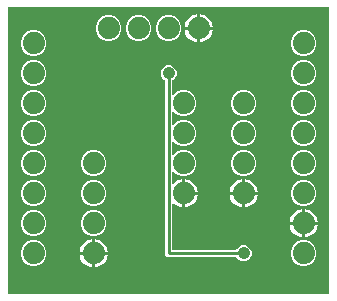
<source format=gbr>
G04 EAGLE Gerber X2 export*
%TF.Part,Single*%
%TF.FileFunction,Copper,L2,Bot,Mixed*%
%TF.FilePolarity,Positive*%
%TF.GenerationSoftware,Autodesk,EAGLE,9.1.1*%
%TF.CreationDate,2018-08-03T17:53:41Z*%
G75*
%MOMM*%
%FSLAX34Y34*%
%LPD*%
%AMOC8*
5,1,8,0,0,1.08239X$1,22.5*%
G01*
%ADD10C,1.879600*%
%ADD11C,1.050000*%
%ADD12C,0.254000*%

G36*
X274648Y3814D02*
X274648Y3814D01*
X274667Y3812D01*
X274769Y3834D01*
X274871Y3850D01*
X274888Y3860D01*
X274908Y3864D01*
X274997Y3917D01*
X275088Y3966D01*
X275102Y3980D01*
X275119Y3990D01*
X275186Y4069D01*
X275258Y4144D01*
X275266Y4162D01*
X275279Y4177D01*
X275318Y4273D01*
X275361Y4367D01*
X275363Y4387D01*
X275371Y4405D01*
X275389Y4572D01*
X275389Y246128D01*
X275386Y246148D01*
X275388Y246167D01*
X275366Y246269D01*
X275350Y246371D01*
X275340Y246388D01*
X275336Y246408D01*
X275283Y246497D01*
X275234Y246588D01*
X275220Y246602D01*
X275210Y246619D01*
X275131Y246686D01*
X275056Y246758D01*
X275038Y246766D01*
X275023Y246779D01*
X274927Y246818D01*
X274833Y246861D01*
X274813Y246863D01*
X274795Y246871D01*
X274628Y246889D01*
X4572Y246889D01*
X4552Y246886D01*
X4533Y246888D01*
X4431Y246866D01*
X4329Y246850D01*
X4312Y246840D01*
X4292Y246836D01*
X4203Y246783D01*
X4112Y246734D01*
X4098Y246720D01*
X4081Y246710D01*
X4014Y246631D01*
X3942Y246556D01*
X3934Y246538D01*
X3921Y246523D01*
X3882Y246427D01*
X3839Y246333D01*
X3837Y246313D01*
X3829Y246295D01*
X3811Y246128D01*
X3811Y4572D01*
X3814Y4552D01*
X3812Y4533D01*
X3834Y4431D01*
X3850Y4329D01*
X3860Y4312D01*
X3864Y4292D01*
X3917Y4203D01*
X3966Y4112D01*
X3980Y4098D01*
X3990Y4081D01*
X4069Y4014D01*
X4144Y3942D01*
X4162Y3934D01*
X4177Y3921D01*
X4273Y3882D01*
X4367Y3839D01*
X4387Y3837D01*
X4405Y3829D01*
X4572Y3811D01*
X274628Y3811D01*
X274648Y3814D01*
G37*
%LPC*%
G36*
X201852Y31325D02*
X201852Y31325D01*
X199362Y32357D01*
X197457Y34262D01*
X197219Y34835D01*
X197157Y34935D01*
X197098Y35035D01*
X197093Y35039D01*
X197090Y35044D01*
X196999Y35119D01*
X196911Y35195D01*
X196905Y35197D01*
X196900Y35201D01*
X196792Y35243D01*
X196683Y35287D01*
X196675Y35288D01*
X196671Y35289D01*
X196652Y35290D01*
X196516Y35305D01*
X138542Y35305D01*
X136905Y36942D01*
X136905Y183816D01*
X136886Y183931D01*
X136869Y184047D01*
X136867Y184053D01*
X136866Y184059D01*
X136811Y184161D01*
X136758Y184266D01*
X136753Y184271D01*
X136750Y184276D01*
X136666Y184356D01*
X136582Y184438D01*
X136576Y184442D01*
X136572Y184446D01*
X136555Y184453D01*
X136435Y184519D01*
X135862Y184757D01*
X133957Y186662D01*
X132925Y189152D01*
X132925Y191848D01*
X133957Y194338D01*
X135862Y196243D01*
X138352Y197275D01*
X141048Y197275D01*
X143538Y196243D01*
X145443Y194338D01*
X146475Y191848D01*
X146475Y189152D01*
X145443Y186662D01*
X143538Y184757D01*
X142965Y184519D01*
X142865Y184457D01*
X142765Y184398D01*
X142761Y184393D01*
X142756Y184390D01*
X142681Y184299D01*
X142605Y184211D01*
X142603Y184205D01*
X142599Y184200D01*
X142557Y184092D01*
X142513Y183983D01*
X142512Y183975D01*
X142511Y183971D01*
X142510Y183952D01*
X142495Y183816D01*
X142495Y172480D01*
X142506Y172409D01*
X142508Y172337D01*
X142526Y172288D01*
X142534Y172237D01*
X142568Y172174D01*
X142593Y172106D01*
X142625Y172066D01*
X142650Y172019D01*
X142702Y171970D01*
X142746Y171914D01*
X142790Y171886D01*
X142828Y171850D01*
X142893Y171820D01*
X142953Y171781D01*
X143004Y171768D01*
X143051Y171746D01*
X143122Y171739D01*
X143192Y171721D01*
X143244Y171725D01*
X143295Y171719D01*
X143366Y171735D01*
X143437Y171740D01*
X143485Y171761D01*
X143536Y171772D01*
X143597Y171808D01*
X143663Y171837D01*
X143719Y171881D01*
X143747Y171898D01*
X143762Y171916D01*
X143794Y171941D01*
X146213Y174360D01*
X150227Y176023D01*
X154573Y176023D01*
X158587Y174360D01*
X161660Y171287D01*
X163323Y167273D01*
X163323Y162927D01*
X161660Y158913D01*
X158587Y155840D01*
X154573Y154177D01*
X150227Y154177D01*
X146213Y155840D01*
X143794Y158259D01*
X143736Y158301D01*
X143684Y158350D01*
X143637Y158372D01*
X143595Y158402D01*
X143526Y158423D01*
X143461Y158454D01*
X143409Y158459D01*
X143359Y158475D01*
X143288Y158473D01*
X143217Y158481D01*
X143166Y158470D01*
X143114Y158468D01*
X143046Y158444D01*
X142976Y158428D01*
X142931Y158402D01*
X142883Y158384D01*
X142827Y158339D01*
X142765Y158302D01*
X142731Y158263D01*
X142691Y158230D01*
X142652Y158170D01*
X142605Y158115D01*
X142586Y158067D01*
X142558Y158023D01*
X142540Y157954D01*
X142513Y157887D01*
X142505Y157816D01*
X142497Y157785D01*
X142499Y157761D01*
X142495Y157720D01*
X142495Y147080D01*
X142506Y147009D01*
X142508Y146937D01*
X142526Y146888D01*
X142534Y146837D01*
X142568Y146774D01*
X142593Y146706D01*
X142625Y146666D01*
X142650Y146619D01*
X142702Y146570D01*
X142746Y146514D01*
X142790Y146486D01*
X142828Y146450D01*
X142893Y146420D01*
X142953Y146381D01*
X143004Y146368D01*
X143051Y146346D01*
X143122Y146339D01*
X143192Y146321D01*
X143244Y146325D01*
X143295Y146319D01*
X143366Y146335D01*
X143437Y146340D01*
X143485Y146361D01*
X143536Y146372D01*
X143597Y146408D01*
X143663Y146437D01*
X143719Y146481D01*
X143747Y146498D01*
X143762Y146516D01*
X143794Y146541D01*
X146213Y148960D01*
X150227Y150623D01*
X154573Y150623D01*
X158587Y148960D01*
X161660Y145887D01*
X163323Y141873D01*
X163323Y137527D01*
X161660Y133513D01*
X158587Y130440D01*
X154573Y128777D01*
X150227Y128777D01*
X146213Y130440D01*
X143794Y132859D01*
X143736Y132901D01*
X143684Y132950D01*
X143637Y132972D01*
X143595Y133002D01*
X143526Y133023D01*
X143461Y133054D01*
X143409Y133059D01*
X143359Y133075D01*
X143288Y133073D01*
X143217Y133081D01*
X143166Y133070D01*
X143114Y133068D01*
X143046Y133044D01*
X142976Y133028D01*
X142931Y133002D01*
X142883Y132984D01*
X142827Y132939D01*
X142765Y132902D01*
X142731Y132863D01*
X142691Y132830D01*
X142652Y132770D01*
X142605Y132715D01*
X142586Y132667D01*
X142558Y132623D01*
X142540Y132554D01*
X142513Y132487D01*
X142505Y132416D01*
X142497Y132385D01*
X142499Y132361D01*
X142495Y132320D01*
X142495Y121680D01*
X142506Y121609D01*
X142508Y121537D01*
X142526Y121488D01*
X142534Y121437D01*
X142568Y121374D01*
X142593Y121306D01*
X142625Y121266D01*
X142650Y121219D01*
X142702Y121170D01*
X142746Y121114D01*
X142790Y121086D01*
X142828Y121050D01*
X142893Y121020D01*
X142953Y120981D01*
X143004Y120968D01*
X143051Y120946D01*
X143122Y120939D01*
X143192Y120921D01*
X143244Y120925D01*
X143295Y120919D01*
X143366Y120935D01*
X143437Y120940D01*
X143485Y120961D01*
X143536Y120972D01*
X143597Y121008D01*
X143663Y121037D01*
X143719Y121081D01*
X143747Y121098D01*
X143762Y121116D01*
X143794Y121141D01*
X146213Y123560D01*
X150227Y125223D01*
X154573Y125223D01*
X158587Y123560D01*
X161660Y120487D01*
X163323Y116473D01*
X163323Y112127D01*
X161660Y108113D01*
X158587Y105040D01*
X154573Y103377D01*
X150227Y103377D01*
X146213Y105040D01*
X143794Y107459D01*
X143736Y107501D01*
X143684Y107550D01*
X143637Y107572D01*
X143595Y107602D01*
X143526Y107623D01*
X143461Y107654D01*
X143409Y107659D01*
X143359Y107675D01*
X143288Y107673D01*
X143217Y107681D01*
X143166Y107670D01*
X143114Y107668D01*
X143046Y107644D01*
X142976Y107628D01*
X142931Y107602D01*
X142883Y107584D01*
X142827Y107539D01*
X142765Y107502D01*
X142731Y107463D01*
X142691Y107430D01*
X142652Y107370D01*
X142605Y107315D01*
X142586Y107267D01*
X142558Y107223D01*
X142540Y107154D01*
X142513Y107087D01*
X142505Y107016D01*
X142497Y106985D01*
X142499Y106961D01*
X142495Y106920D01*
X142495Y97716D01*
X142506Y97646D01*
X142508Y97574D01*
X142526Y97525D01*
X142534Y97474D01*
X142568Y97410D01*
X142593Y97343D01*
X142625Y97302D01*
X142650Y97256D01*
X142702Y97207D01*
X142746Y97151D01*
X142790Y97123D01*
X142828Y97087D01*
X142893Y97057D01*
X142953Y97018D01*
X143004Y97005D01*
X143051Y96983D01*
X143122Y96975D01*
X143192Y96958D01*
X143244Y96962D01*
X143295Y96956D01*
X143366Y96971D01*
X143437Y96977D01*
X143485Y96997D01*
X143536Y97008D01*
X143597Y97045D01*
X143663Y97073D01*
X143719Y97118D01*
X143747Y97135D01*
X143762Y97152D01*
X143794Y97178D01*
X144622Y98006D01*
X146143Y99111D01*
X147817Y99964D01*
X149604Y100545D01*
X150877Y100746D01*
X150877Y89662D01*
X150880Y89642D01*
X150878Y89623D01*
X150900Y89521D01*
X150917Y89419D01*
X150926Y89402D01*
X150930Y89382D01*
X150983Y89293D01*
X151032Y89202D01*
X151046Y89188D01*
X151056Y89171D01*
X151135Y89104D01*
X151210Y89033D01*
X151228Y89024D01*
X151243Y89011D01*
X151339Y88973D01*
X151433Y88929D01*
X151453Y88927D01*
X151471Y88919D01*
X151638Y88901D01*
X152401Y88901D01*
X152401Y88899D01*
X151638Y88899D01*
X151618Y88896D01*
X151599Y88898D01*
X151497Y88876D01*
X151395Y88859D01*
X151378Y88850D01*
X151358Y88846D01*
X151269Y88793D01*
X151178Y88744D01*
X151164Y88730D01*
X151147Y88720D01*
X151080Y88641D01*
X151009Y88566D01*
X151000Y88548D01*
X150987Y88533D01*
X150948Y88437D01*
X150905Y88343D01*
X150903Y88323D01*
X150895Y88305D01*
X150877Y88138D01*
X150877Y77054D01*
X149604Y77255D01*
X147817Y77836D01*
X146143Y78689D01*
X144622Y79794D01*
X143794Y80622D01*
X143736Y80664D01*
X143684Y80713D01*
X143637Y80735D01*
X143595Y80765D01*
X143526Y80786D01*
X143461Y80817D01*
X143409Y80822D01*
X143359Y80838D01*
X143288Y80836D01*
X143217Y80844D01*
X143166Y80833D01*
X143114Y80831D01*
X143046Y80807D01*
X142976Y80792D01*
X142931Y80765D01*
X142883Y80747D01*
X142827Y80702D01*
X142765Y80665D01*
X142731Y80626D01*
X142691Y80593D01*
X142652Y80533D01*
X142605Y80478D01*
X142586Y80430D01*
X142558Y80386D01*
X142540Y80317D01*
X142513Y80250D01*
X142505Y80179D01*
X142497Y80148D01*
X142499Y80124D01*
X142495Y80084D01*
X142495Y41656D01*
X142498Y41636D01*
X142496Y41617D01*
X142518Y41515D01*
X142534Y41413D01*
X142544Y41396D01*
X142548Y41376D01*
X142601Y41287D01*
X142650Y41196D01*
X142664Y41182D01*
X142674Y41165D01*
X142753Y41098D01*
X142828Y41026D01*
X142846Y41018D01*
X142861Y41005D01*
X142957Y40966D01*
X143051Y40923D01*
X143071Y40921D01*
X143089Y40913D01*
X143256Y40895D01*
X196516Y40895D01*
X196631Y40914D01*
X196747Y40931D01*
X196753Y40933D01*
X196759Y40934D01*
X196861Y40989D01*
X196966Y41042D01*
X196971Y41047D01*
X196976Y41050D01*
X197056Y41134D01*
X197138Y41218D01*
X197142Y41224D01*
X197146Y41228D01*
X197153Y41245D01*
X197219Y41365D01*
X197457Y41938D01*
X199362Y43843D01*
X201852Y44875D01*
X204548Y44875D01*
X207038Y43843D01*
X208943Y41938D01*
X209975Y39448D01*
X209975Y36752D01*
X208943Y34262D01*
X207038Y32357D01*
X204548Y31325D01*
X201852Y31325D01*
G37*
%LPD*%
%LPC*%
G36*
X23227Y103377D02*
X23227Y103377D01*
X19213Y105040D01*
X16140Y108113D01*
X14477Y112127D01*
X14477Y116473D01*
X16140Y120487D01*
X19213Y123560D01*
X23227Y125223D01*
X27573Y125223D01*
X31587Y123560D01*
X34660Y120487D01*
X36323Y116473D01*
X36323Y112127D01*
X34660Y108113D01*
X31587Y105040D01*
X27573Y103377D01*
X23227Y103377D01*
G37*
%LPD*%
%LPC*%
G36*
X74027Y52577D02*
X74027Y52577D01*
X70013Y54240D01*
X66940Y57313D01*
X65277Y61327D01*
X65277Y65673D01*
X66940Y69687D01*
X70013Y72760D01*
X74027Y74423D01*
X78373Y74423D01*
X82387Y72760D01*
X85460Y69687D01*
X87123Y65673D01*
X87123Y61327D01*
X85460Y57313D01*
X82387Y54240D01*
X78373Y52577D01*
X74027Y52577D01*
G37*
%LPD*%
%LPC*%
G36*
X137527Y217677D02*
X137527Y217677D01*
X133513Y219340D01*
X130440Y222413D01*
X128777Y226427D01*
X128777Y230773D01*
X130440Y234787D01*
X133513Y237860D01*
X137527Y239523D01*
X141873Y239523D01*
X145887Y237860D01*
X148960Y234787D01*
X150623Y230773D01*
X150623Y226427D01*
X148960Y222413D01*
X145887Y219340D01*
X141873Y217677D01*
X137527Y217677D01*
G37*
%LPD*%
%LPC*%
G36*
X112127Y217677D02*
X112127Y217677D01*
X108113Y219340D01*
X105040Y222413D01*
X103377Y226427D01*
X103377Y230773D01*
X105040Y234787D01*
X108113Y237860D01*
X112127Y239523D01*
X116473Y239523D01*
X120487Y237860D01*
X123560Y234787D01*
X125223Y230773D01*
X125223Y226427D01*
X123560Y222413D01*
X120487Y219340D01*
X116473Y217677D01*
X112127Y217677D01*
G37*
%LPD*%
%LPC*%
G36*
X86727Y217677D02*
X86727Y217677D01*
X82713Y219340D01*
X79640Y222413D01*
X77977Y226427D01*
X77977Y230773D01*
X79640Y234787D01*
X82713Y237860D01*
X86727Y239523D01*
X91073Y239523D01*
X95087Y237860D01*
X98160Y234787D01*
X99823Y230773D01*
X99823Y226427D01*
X98160Y222413D01*
X95087Y219340D01*
X91073Y217677D01*
X86727Y217677D01*
G37*
%LPD*%
%LPC*%
G36*
X23227Y179577D02*
X23227Y179577D01*
X19213Y181240D01*
X16140Y184313D01*
X14477Y188327D01*
X14477Y192673D01*
X16140Y196687D01*
X19213Y199760D01*
X23227Y201423D01*
X27573Y201423D01*
X31587Y199760D01*
X34660Y196687D01*
X36323Y192673D01*
X36323Y188327D01*
X34660Y184313D01*
X31587Y181240D01*
X27573Y179577D01*
X23227Y179577D01*
G37*
%LPD*%
%LPC*%
G36*
X23227Y77977D02*
X23227Y77977D01*
X19213Y79640D01*
X16140Y82713D01*
X14477Y86727D01*
X14477Y91073D01*
X16140Y95087D01*
X19213Y98160D01*
X23227Y99823D01*
X27573Y99823D01*
X31587Y98160D01*
X34660Y95087D01*
X36323Y91073D01*
X36323Y86727D01*
X34660Y82713D01*
X31587Y79640D01*
X27573Y77977D01*
X23227Y77977D01*
G37*
%LPD*%
%LPC*%
G36*
X74027Y77977D02*
X74027Y77977D01*
X70013Y79640D01*
X66940Y82713D01*
X65277Y86727D01*
X65277Y91073D01*
X66940Y95087D01*
X70013Y98160D01*
X74027Y99823D01*
X78373Y99823D01*
X82387Y98160D01*
X85460Y95087D01*
X87123Y91073D01*
X87123Y86727D01*
X85460Y82713D01*
X82387Y79640D01*
X78373Y77977D01*
X74027Y77977D01*
G37*
%LPD*%
%LPC*%
G36*
X251827Y204977D02*
X251827Y204977D01*
X247813Y206640D01*
X244740Y209713D01*
X243077Y213727D01*
X243077Y218073D01*
X244740Y222087D01*
X247813Y225160D01*
X251827Y226823D01*
X256173Y226823D01*
X260187Y225160D01*
X263260Y222087D01*
X264923Y218073D01*
X264923Y213727D01*
X263260Y209713D01*
X260187Y206640D01*
X256173Y204977D01*
X251827Y204977D01*
G37*
%LPD*%
%LPC*%
G36*
X23227Y204977D02*
X23227Y204977D01*
X19213Y206640D01*
X16140Y209713D01*
X14477Y213727D01*
X14477Y218073D01*
X16140Y222087D01*
X19213Y225160D01*
X23227Y226823D01*
X27573Y226823D01*
X31587Y225160D01*
X34660Y222087D01*
X36323Y218073D01*
X36323Y213727D01*
X34660Y209713D01*
X31587Y206640D01*
X27573Y204977D01*
X23227Y204977D01*
G37*
%LPD*%
%LPC*%
G36*
X251827Y179577D02*
X251827Y179577D01*
X247813Y181240D01*
X244740Y184313D01*
X243077Y188327D01*
X243077Y192673D01*
X244740Y196687D01*
X247813Y199760D01*
X251827Y201423D01*
X256173Y201423D01*
X260187Y199760D01*
X263260Y196687D01*
X264923Y192673D01*
X264923Y188327D01*
X263260Y184313D01*
X260187Y181240D01*
X256173Y179577D01*
X251827Y179577D01*
G37*
%LPD*%
%LPC*%
G36*
X251827Y77977D02*
X251827Y77977D01*
X247813Y79640D01*
X244740Y82713D01*
X243077Y86727D01*
X243077Y91073D01*
X244740Y95087D01*
X247813Y98160D01*
X251827Y99823D01*
X256173Y99823D01*
X260187Y98160D01*
X263260Y95087D01*
X264923Y91073D01*
X264923Y86727D01*
X263260Y82713D01*
X260187Y79640D01*
X256173Y77977D01*
X251827Y77977D01*
G37*
%LPD*%
%LPC*%
G36*
X251827Y154177D02*
X251827Y154177D01*
X247813Y155840D01*
X244740Y158913D01*
X243077Y162927D01*
X243077Y167273D01*
X244740Y171287D01*
X247813Y174360D01*
X251827Y176023D01*
X256173Y176023D01*
X260187Y174360D01*
X263260Y171287D01*
X264923Y167273D01*
X264923Y162927D01*
X263260Y158913D01*
X260187Y155840D01*
X256173Y154177D01*
X251827Y154177D01*
G37*
%LPD*%
%LPC*%
G36*
X201027Y154177D02*
X201027Y154177D01*
X197013Y155840D01*
X193940Y158913D01*
X192277Y162927D01*
X192277Y167273D01*
X193940Y171287D01*
X197013Y174360D01*
X201027Y176023D01*
X205373Y176023D01*
X209387Y174360D01*
X212460Y171287D01*
X214123Y167273D01*
X214123Y162927D01*
X212460Y158913D01*
X209387Y155840D01*
X205373Y154177D01*
X201027Y154177D01*
G37*
%LPD*%
%LPC*%
G36*
X23227Y154177D02*
X23227Y154177D01*
X19213Y155840D01*
X16140Y158913D01*
X14477Y162927D01*
X14477Y167273D01*
X16140Y171287D01*
X19213Y174360D01*
X23227Y176023D01*
X27573Y176023D01*
X31587Y174360D01*
X34660Y171287D01*
X36323Y167273D01*
X36323Y162927D01*
X34660Y158913D01*
X31587Y155840D01*
X27573Y154177D01*
X23227Y154177D01*
G37*
%LPD*%
%LPC*%
G36*
X251827Y128777D02*
X251827Y128777D01*
X247813Y130440D01*
X244740Y133513D01*
X243077Y137527D01*
X243077Y141873D01*
X244740Y145887D01*
X247813Y148960D01*
X251827Y150623D01*
X256173Y150623D01*
X260187Y148960D01*
X263260Y145887D01*
X264923Y141873D01*
X264923Y137527D01*
X263260Y133513D01*
X260187Y130440D01*
X256173Y128777D01*
X251827Y128777D01*
G37*
%LPD*%
%LPC*%
G36*
X201027Y128777D02*
X201027Y128777D01*
X197013Y130440D01*
X193940Y133513D01*
X192277Y137527D01*
X192277Y141873D01*
X193940Y145887D01*
X197013Y148960D01*
X201027Y150623D01*
X205373Y150623D01*
X209387Y148960D01*
X212460Y145887D01*
X214123Y141873D01*
X214123Y137527D01*
X212460Y133513D01*
X209387Y130440D01*
X205373Y128777D01*
X201027Y128777D01*
G37*
%LPD*%
%LPC*%
G36*
X23227Y128777D02*
X23227Y128777D01*
X19213Y130440D01*
X16140Y133513D01*
X14477Y137527D01*
X14477Y141873D01*
X16140Y145887D01*
X19213Y148960D01*
X23227Y150623D01*
X27573Y150623D01*
X31587Y148960D01*
X34660Y145887D01*
X36323Y141873D01*
X36323Y137527D01*
X34660Y133513D01*
X31587Y130440D01*
X27573Y128777D01*
X23227Y128777D01*
G37*
%LPD*%
%LPC*%
G36*
X201027Y103377D02*
X201027Y103377D01*
X197013Y105040D01*
X193940Y108113D01*
X192277Y112127D01*
X192277Y116473D01*
X193940Y120487D01*
X197013Y123560D01*
X201027Y125223D01*
X205373Y125223D01*
X209387Y123560D01*
X212460Y120487D01*
X214123Y116473D01*
X214123Y112127D01*
X212460Y108113D01*
X209387Y105040D01*
X205373Y103377D01*
X201027Y103377D01*
G37*
%LPD*%
%LPC*%
G36*
X74027Y103377D02*
X74027Y103377D01*
X70013Y105040D01*
X66940Y108113D01*
X65277Y112127D01*
X65277Y116473D01*
X66940Y120487D01*
X70013Y123560D01*
X74027Y125223D01*
X78373Y125223D01*
X82387Y123560D01*
X85460Y120487D01*
X87123Y116473D01*
X87123Y112127D01*
X85460Y108113D01*
X82387Y105040D01*
X78373Y103377D01*
X74027Y103377D01*
G37*
%LPD*%
%LPC*%
G36*
X251827Y103377D02*
X251827Y103377D01*
X247813Y105040D01*
X244740Y108113D01*
X243077Y112127D01*
X243077Y116473D01*
X244740Y120487D01*
X247813Y123560D01*
X251827Y125223D01*
X256173Y125223D01*
X260187Y123560D01*
X263260Y120487D01*
X264923Y116473D01*
X264923Y112127D01*
X263260Y108113D01*
X260187Y105040D01*
X256173Y103377D01*
X251827Y103377D01*
G37*
%LPD*%
%LPC*%
G36*
X23227Y52577D02*
X23227Y52577D01*
X19213Y54240D01*
X16140Y57313D01*
X14477Y61327D01*
X14477Y65673D01*
X16140Y69687D01*
X19213Y72760D01*
X23227Y74423D01*
X27573Y74423D01*
X31587Y72760D01*
X34660Y69687D01*
X36323Y65673D01*
X36323Y61327D01*
X34660Y57313D01*
X31587Y54240D01*
X27573Y52577D01*
X23227Y52577D01*
G37*
%LPD*%
%LPC*%
G36*
X251827Y27177D02*
X251827Y27177D01*
X247813Y28840D01*
X244740Y31913D01*
X243077Y35927D01*
X243077Y40273D01*
X244740Y44287D01*
X247813Y47360D01*
X251827Y49023D01*
X256173Y49023D01*
X260187Y47360D01*
X263260Y44287D01*
X264923Y40273D01*
X264923Y35927D01*
X263260Y31913D01*
X260187Y28840D01*
X256173Y27177D01*
X251827Y27177D01*
G37*
%LPD*%
%LPC*%
G36*
X23227Y27177D02*
X23227Y27177D01*
X19213Y28840D01*
X16140Y31913D01*
X14477Y35927D01*
X14477Y40273D01*
X16140Y44287D01*
X19213Y47360D01*
X23227Y49023D01*
X27573Y49023D01*
X31587Y47360D01*
X34660Y44287D01*
X36323Y40273D01*
X36323Y35927D01*
X34660Y31913D01*
X31587Y28840D01*
X27573Y27177D01*
X23227Y27177D01*
G37*
%LPD*%
%LPC*%
G36*
X255523Y65023D02*
X255523Y65023D01*
X255523Y75346D01*
X256796Y75145D01*
X258583Y74564D01*
X260257Y73711D01*
X261778Y72606D01*
X263106Y71278D01*
X264211Y69757D01*
X265064Y68083D01*
X265645Y66296D01*
X265846Y65023D01*
X255523Y65023D01*
G37*
%LPD*%
%LPC*%
G36*
X77723Y39623D02*
X77723Y39623D01*
X77723Y49946D01*
X78996Y49745D01*
X80783Y49164D01*
X82457Y48311D01*
X83978Y47206D01*
X85306Y45878D01*
X86411Y44357D01*
X87264Y42683D01*
X87845Y40896D01*
X88046Y39623D01*
X77723Y39623D01*
G37*
%LPD*%
%LPC*%
G36*
X166623Y230123D02*
X166623Y230123D01*
X166623Y240446D01*
X167896Y240245D01*
X169683Y239664D01*
X171357Y238811D01*
X172878Y237706D01*
X174206Y236378D01*
X175311Y234857D01*
X176164Y233183D01*
X176745Y231396D01*
X176946Y230123D01*
X166623Y230123D01*
G37*
%LPD*%
%LPC*%
G36*
X153923Y90423D02*
X153923Y90423D01*
X153923Y100746D01*
X155196Y100545D01*
X156983Y99964D01*
X158657Y99111D01*
X160178Y98006D01*
X161506Y96678D01*
X162611Y95157D01*
X163464Y93483D01*
X164045Y91696D01*
X164246Y90423D01*
X153923Y90423D01*
G37*
%LPD*%
%LPC*%
G36*
X204723Y90423D02*
X204723Y90423D01*
X204723Y100746D01*
X205996Y100545D01*
X207783Y99964D01*
X209457Y99111D01*
X210978Y98006D01*
X212306Y96678D01*
X213411Y95157D01*
X214264Y93483D01*
X214845Y91696D01*
X215046Y90423D01*
X204723Y90423D01*
G37*
%LPD*%
%LPC*%
G36*
X166623Y227077D02*
X166623Y227077D01*
X176946Y227077D01*
X176745Y225804D01*
X176164Y224017D01*
X175311Y222343D01*
X174206Y220822D01*
X172878Y219494D01*
X171357Y218389D01*
X169683Y217536D01*
X167896Y216955D01*
X166623Y216754D01*
X166623Y227077D01*
G37*
%LPD*%
%LPC*%
G36*
X204723Y87377D02*
X204723Y87377D01*
X215046Y87377D01*
X214845Y86104D01*
X214264Y84317D01*
X213411Y82643D01*
X212306Y81122D01*
X210978Y79794D01*
X209457Y78689D01*
X207783Y77836D01*
X205996Y77255D01*
X204723Y77054D01*
X204723Y87377D01*
G37*
%LPD*%
%LPC*%
G36*
X153923Y87377D02*
X153923Y87377D01*
X164246Y87377D01*
X164045Y86104D01*
X163464Y84317D01*
X162611Y82643D01*
X161506Y81122D01*
X160178Y79794D01*
X158657Y78689D01*
X156983Y77836D01*
X155196Y77255D01*
X153923Y77054D01*
X153923Y87377D01*
G37*
%LPD*%
%LPC*%
G36*
X191354Y90423D02*
X191354Y90423D01*
X191555Y91696D01*
X192136Y93483D01*
X192989Y95157D01*
X194094Y96678D01*
X195422Y98006D01*
X196943Y99111D01*
X198617Y99964D01*
X200404Y100545D01*
X201677Y100746D01*
X201677Y90423D01*
X191354Y90423D01*
G37*
%LPD*%
%LPC*%
G36*
X153254Y230123D02*
X153254Y230123D01*
X153455Y231396D01*
X154036Y233183D01*
X154889Y234857D01*
X155994Y236378D01*
X157322Y237706D01*
X158843Y238811D01*
X160517Y239664D01*
X162304Y240245D01*
X163577Y240446D01*
X163577Y230123D01*
X153254Y230123D01*
G37*
%LPD*%
%LPC*%
G36*
X255523Y61977D02*
X255523Y61977D01*
X265846Y61977D01*
X265645Y60704D01*
X265064Y58917D01*
X264211Y57243D01*
X263106Y55722D01*
X261778Y54394D01*
X260257Y53289D01*
X258583Y52436D01*
X256796Y51855D01*
X255523Y51654D01*
X255523Y61977D01*
G37*
%LPD*%
%LPC*%
G36*
X242154Y65023D02*
X242154Y65023D01*
X242355Y66296D01*
X242936Y68083D01*
X243789Y69757D01*
X244894Y71278D01*
X246222Y72606D01*
X247743Y73711D01*
X249417Y74564D01*
X251204Y75145D01*
X252477Y75346D01*
X252477Y65023D01*
X242154Y65023D01*
G37*
%LPD*%
%LPC*%
G36*
X64354Y39623D02*
X64354Y39623D01*
X64555Y40896D01*
X65136Y42683D01*
X65989Y44357D01*
X67094Y45878D01*
X68422Y47206D01*
X69943Y48311D01*
X71617Y49164D01*
X73404Y49745D01*
X74677Y49946D01*
X74677Y39623D01*
X64354Y39623D01*
G37*
%LPD*%
%LPC*%
G36*
X77723Y36577D02*
X77723Y36577D01*
X88046Y36577D01*
X87845Y35304D01*
X87264Y33517D01*
X86411Y31843D01*
X85306Y30322D01*
X83978Y28994D01*
X82457Y27889D01*
X80783Y27036D01*
X78996Y26455D01*
X77723Y26254D01*
X77723Y36577D01*
G37*
%LPD*%
%LPC*%
G36*
X162304Y216955D02*
X162304Y216955D01*
X160517Y217536D01*
X158843Y218389D01*
X157322Y219494D01*
X155994Y220822D01*
X154889Y222343D01*
X154036Y224017D01*
X153455Y225804D01*
X153254Y227077D01*
X163577Y227077D01*
X163577Y216754D01*
X162304Y216955D01*
G37*
%LPD*%
%LPC*%
G36*
X200404Y77255D02*
X200404Y77255D01*
X198617Y77836D01*
X196943Y78689D01*
X195422Y79794D01*
X194094Y81122D01*
X192989Y82643D01*
X192136Y84317D01*
X191555Y86104D01*
X191354Y87377D01*
X201677Y87377D01*
X201677Y77054D01*
X200404Y77255D01*
G37*
%LPD*%
%LPC*%
G36*
X251204Y51855D02*
X251204Y51855D01*
X249417Y52436D01*
X247743Y53289D01*
X246222Y54394D01*
X244894Y55722D01*
X243789Y57243D01*
X242936Y58917D01*
X242355Y60704D01*
X242154Y61977D01*
X252477Y61977D01*
X252477Y51654D01*
X251204Y51855D01*
G37*
%LPD*%
%LPC*%
G36*
X73404Y26455D02*
X73404Y26455D01*
X71617Y27036D01*
X69943Y27889D01*
X68422Y28994D01*
X67094Y30322D01*
X65989Y31843D01*
X65136Y33517D01*
X64555Y35304D01*
X64354Y36577D01*
X74677Y36577D01*
X74677Y26254D01*
X73404Y26455D01*
G37*
%LPD*%
%LPC*%
G36*
X165099Y228599D02*
X165099Y228599D01*
X165099Y228601D01*
X165101Y228601D01*
X165101Y228599D01*
X165099Y228599D01*
G37*
%LPD*%
%LPC*%
G36*
X253999Y63499D02*
X253999Y63499D01*
X253999Y63501D01*
X254001Y63501D01*
X254001Y63499D01*
X253999Y63499D01*
G37*
%LPD*%
%LPC*%
G36*
X203199Y88899D02*
X203199Y88899D01*
X203199Y88901D01*
X203201Y88901D01*
X203201Y88899D01*
X203199Y88899D01*
G37*
%LPD*%
%LPC*%
G36*
X76199Y38099D02*
X76199Y38099D01*
X76199Y38101D01*
X76201Y38101D01*
X76201Y38099D01*
X76199Y38099D01*
G37*
%LPD*%
D10*
X203200Y165100D03*
X203200Y139700D03*
X203200Y114300D03*
X203200Y88900D03*
X165100Y228600D03*
X139700Y228600D03*
X114300Y228600D03*
X88900Y228600D03*
X152400Y165100D03*
X152400Y139700D03*
X152400Y114300D03*
X152400Y88900D03*
X76200Y38100D03*
X76200Y63500D03*
X76200Y88900D03*
X76200Y114300D03*
X254000Y38100D03*
X254000Y63500D03*
X254000Y88900D03*
X254000Y114300D03*
X254000Y139700D03*
X254000Y165100D03*
X254000Y190500D03*
X254000Y215900D03*
X25400Y215900D03*
X25400Y190500D03*
X25400Y165100D03*
X25400Y139700D03*
X25400Y114300D03*
X25400Y88900D03*
X25400Y63500D03*
X25400Y38100D03*
D11*
X203200Y38100D03*
D12*
X139700Y38100D01*
X139700Y190500D01*
D11*
X139700Y190500D03*
M02*

</source>
